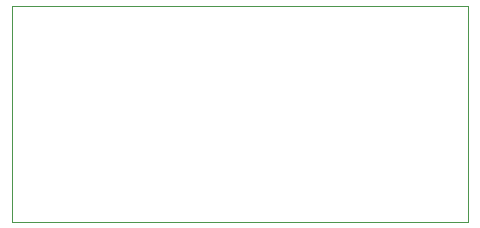
<source format=gm1>
G04 #@! TF.GenerationSoftware,KiCad,Pcbnew,6.0.11*
G04 #@! TF.CreationDate,2025-02-19T14:47:37+01:00*
G04 #@! TF.ProjectId,JetiMiniVarioPCB,4a657469-4d69-46e6-9956-6172696f5043,rev?*
G04 #@! TF.SameCoordinates,Original*
G04 #@! TF.FileFunction,Profile,NP*
%FSLAX46Y46*%
G04 Gerber Fmt 4.6, Leading zero omitted, Abs format (unit mm)*
G04 Created by KiCad (PCBNEW 6.0.11) date 2025-02-19 14:47:37*
%MOMM*%
%LPD*%
G01*
G04 APERTURE LIST*
G04 #@! TA.AperFunction,Profile*
%ADD10C,0.100000*%
G04 #@! TD*
G04 APERTURE END LIST*
D10*
X79756000Y-85344000D02*
X118364000Y-85344000D01*
X118364000Y-67056000D02*
X118364000Y-85344000D01*
X79756000Y-67056000D02*
X118364000Y-67056000D01*
X79756000Y-85344000D02*
X79756000Y-67056000D01*
M02*

</source>
